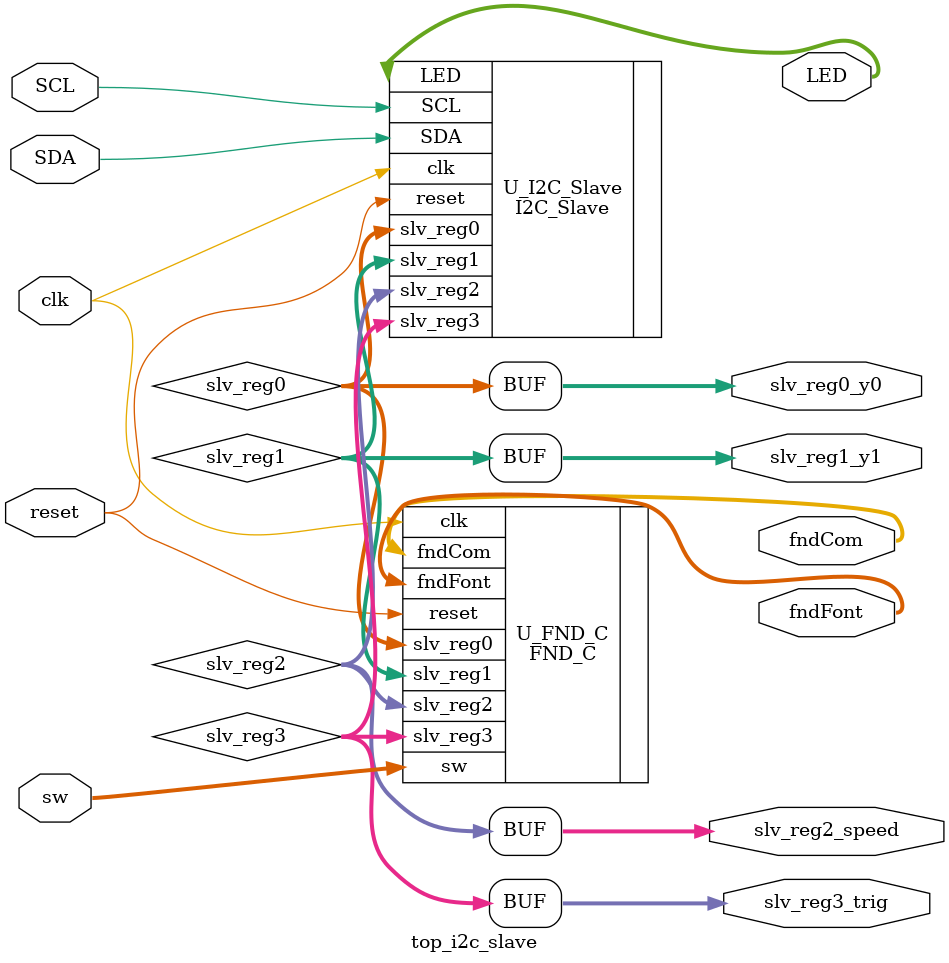
<source format=v>
`timescale 1ns / 1ps

module top_i2c_slave(
    input clk,
    input reset,
    input [2:0] sw,
    input SCL,
    inout SDA,
    output [7:0] fndFont,
    output [3:0] fndCom,
    output [15:0] LED,

    output [7:0] slv_reg0_y0,
    output [7:0] slv_reg1_y1,
    output [7:0] slv_reg2_speed,
    output [7:0] slv_reg3_trig
    );

    wire [7:0] slv_reg0;
    wire [7:0] slv_reg1;
    wire [7:0] slv_reg2;
    wire [7:0] slv_reg3;

    assign slv_reg0_y0 = slv_reg0;
    assign slv_reg1_y1 = slv_reg1;
    assign slv_reg2_speed = slv_reg2;
    assign slv_reg3_trig = slv_reg3;

    I2C_Slave U_I2C_Slave(
    .clk(clk),
    .reset(reset),
    .SCL(SCL),
    .SDA(SDA),
    .LED(LED),
    .slv_reg0(slv_reg0),
    .slv_reg1(slv_reg1),
    .slv_reg2(slv_reg2),
    .slv_reg3(slv_reg3)
    );

    FND_C U_FND_C(
    .clk(clk), 
    .reset(reset),
    .sw(sw),
    .slv_reg0(slv_reg0),
    .slv_reg1(slv_reg1),
    .slv_reg2(slv_reg2),
    .slv_reg3(slv_reg3),
    .fndFont(fndFont),
    .fndCom(fndCom)
    );

endmodule

</source>
